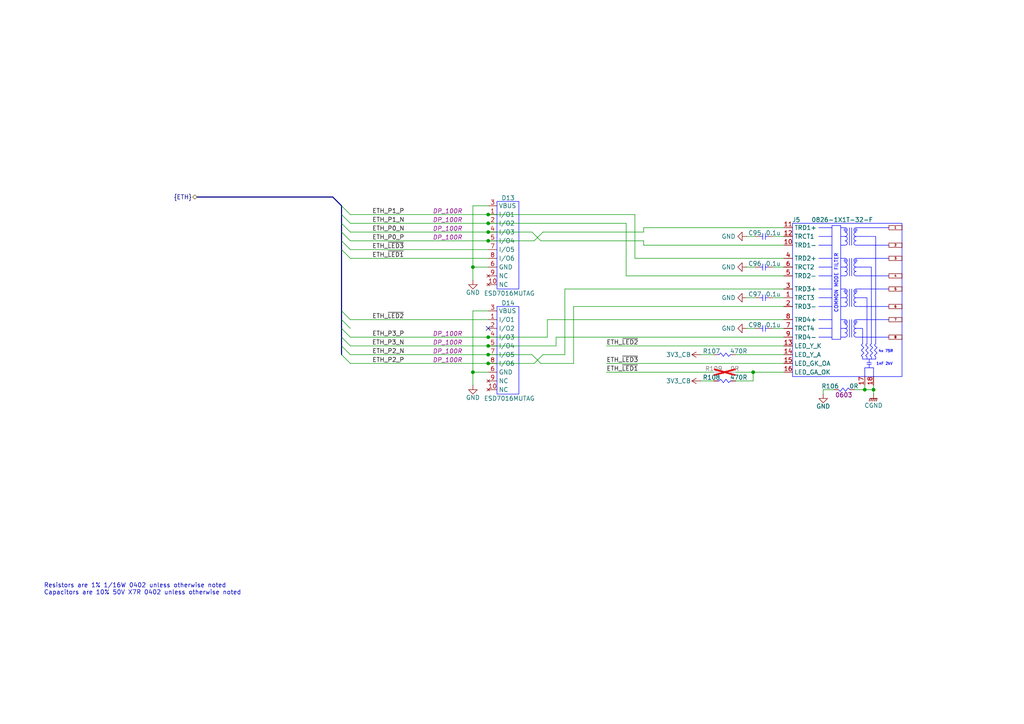
<source format=kicad_sch>
(kicad_sch (version 20250114) (generator "eeschema") (generator_version "9.0")
  (paper "A4")
  (title_block (title "RPI CMx Carrier") (date "2026-01-22") (rev "2.00-0A") (comment 1 "Jean-Francois Bilodeau") (comment 2 "P.Eng #6022173") (comment 3 "203-1690 Rue des quatre-saisons") (comment 4 "Sherbrooke, Canada, J1E0N2") (comment 5 "KiCad Rev 9.0") (comment 6 "Jean-Francois Bilodeau") (comment 7 "Not applicable") (comment 8 "Preliminary") (comment 9 "RPI_CMx_Carrier_2.00-0A_BOM"))
  (lib_symbols
    (symbol "KiCad_Pwr_Symbols:+3V3" (power) (pin_numbers (hide yes)) (pin_names (offset 0) (hide yes))
      (property "Value" "+3V3" (at 0 3.556 0))
      (symbol "+3V3_0_1"
        (polyline (pts (xy -0.762 1.27) (xy 0 2.54)))
        (polyline (pts (xy 0 2.54) (xy 0.762 1.27)))
        (polyline (pts (xy 0 0) (xy 0 2.54)))
      )
      (symbol "+3V3_1_1"
        (pin power_in line (at 0 0 90) (length 0) (name "~") (number "1"))
      )
    )
    (symbol "KiCad_Pwr_Symbols:GND" (power) (pin_numbers (hide yes)) (pin_names (offset 0) (hide yes))
      (property "Value" "GND" (at 0 -3.81 0))
      (symbol "GND_0_1"
        (polyline (pts (xy 0 0) (xy 0 -1.27) (xy 1.27 -1.27) (xy 0 -2.54) (xy -1.27 -1.27) (xy 0 -1.27)))
      )
      (symbol "GND_1_1"
        (pin power_in line (at 0 0 270) (length 0) (name "~") (number "1"))
      )
    )
    (symbol "KiCad_Pwr_Symbols:GNDPWR" (power) (pin_numbers (hide yes)) (pin_names (offset 0) (hide yes))
      (property "Value" "GNDPWR" (at 0 -3.302 0))
      (symbol "GNDPWR_0_1"
        (polyline (pts (xy -1.016 -1.27) (xy -1.27 -2.032) (xy -1.27 -2.032)) (stroke (width 0.2032)))
        (polyline (pts (xy -0.508 -1.27) (xy -0.762 -2.032) (xy -0.762 -2.032)) (stroke (width 0.2032)))
        (polyline (pts (xy 0 -1.27) (xy 0 0)))
        (polyline (pts (xy 0 -1.27) (xy -0.254 -2.032) (xy -0.254 -2.032)) (stroke (width 0.2032)))
        (polyline (pts (xy 0.508 -1.27) (xy 0.254 -2.032) (xy 0.254 -2.032)) (stroke (width 0.2032)))
        (polyline (pts (xy 1.016 -1.27) (xy -1.016 -1.27) (xy -1.016 -1.27)) (stroke (width 0.2032)))
        (polyline (pts (xy 1.016 -1.27) (xy 0.762 -2.032) (xy 0.762 -2.032) (xy 0.762 -2.032)) (stroke (width 0.2032)))
      )
      (symbol "GNDPWR_1_1"
        (pin power_in line (at 0 0 270) (length 0) (name "~") (number "1"))
      )
    )
    (symbol "KicadCompDb:Capacitors/CAP_CER_SMT_00001" (pin_numbers (hide yes)) (pin_names (offset 0) (hide yes))
      (property "Reference" "C" (at 2.54 1.651 0))
      (property "Value" "0.1u" (at 1.524 -1.524 0))
      (symbol "Capacitors/CAP_CER_SMT_00001_1_1"
        (polyline (pts (xy 2.159 0.889) (xy 2.159 -0.889)) (stroke (width 0) (color 0 0 255 1)))
        (polyline (pts (xy 2.159 0) (xy 1.27 0)) (stroke (width 0) (color 0 0 255 1)))
        (polyline (pts (xy 2.921 0.889) (xy 2.921 -0.889)) (stroke (width 0) (color 0 0 255 1)))
        (polyline (pts (xy 3.81 0) (xy 2.921 0)) (stroke (width 0) (color 0 0 255 1)))
        (pin passive line (at 0 0 0) (length 1.27) (name "") (number "1"))
        (pin passive line (at 5.08 0 180) (length 1.27) (name "") (number "2"))
      )
    )
    (symbol "KicadCompDb:Connector/CONN_00011"
      (property "Reference" "J" (at 15.875 1.27 0))
      (property "Value" "0826-1X1T-32-F" (at 0 0 0))
      (symbol "Connector/CONN_00011_0_1"
        (rectangle (start 0 0) (end 31.75 -44.45) (stroke (width 0) (color 0 0 255 1)))
        (rectangle (start 11.43 -0.635) (end 13.97 -33.655) (stroke (width 0) (color 0 0 255 1)))
        (polyline (pts (xy 11.43 -1.27) (xy 7.62 -1.27)) (stroke (width 0) (color 0 0 255 1)))
        (polyline (pts (xy 11.43 -3.81) (xy 7.62 -3.81)) (stroke (width 0) (color 0 0 255 1)))
        (polyline (pts (xy 11.43 -6.35) (xy 7.62 -6.35)) (stroke (width 0) (color 0 0 255 1)))
        (polyline (pts (xy 11.43 -10.16) (xy 7.62 -10.16)) (stroke (width 0) (color 0 0 255 1)))
        (polyline (pts (xy 11.43 -12.7) (xy 7.62 -12.7)) (stroke (width 0) (color 0 0 255 1)))
        (polyline (pts (xy 11.43 -15.24) (xy 7.62 -15.24)) (stroke (width 0) (color 0 0 255 1)))
        (polyline (pts (xy 11.43 -19.05) (xy 7.62 -19.05)) (stroke (width 0) (color 0 0 255 1)))
        (polyline (pts (xy 11.43 -21.59) (xy 7.62 -21.59)) (stroke (width 0) (color 0 0 255 1)))
        (polyline (pts (xy 11.43 -24.13) (xy 7.62 -24.13)) (stroke (width 0) (color 0 0 255 1)))
        (polyline (pts (xy 11.43 -27.94) (xy 7.62 -27.94)) (stroke (width 0) (color 0 0 255 1)))
        (polyline (pts (xy 11.43 -30.48) (xy 7.62 -30.48)) (stroke (width 0) (color 0 0 255 1)))
        (polyline (pts (xy 11.43 -33.02) (xy 7.62 -33.02)) (stroke (width 0) (color 0 0 255 1)))
        (polyline (pts (xy 15.24 -1.27) (xy 13.97 -1.27)) (stroke (width 0) (color 0 0 255 1)))
        (arc (start 15.24 -1.27) (mid 15.875 -1.905) (end 15.24 -2.54) (stroke (width 0) (color 0 0 255 1)))
        (circle (center 15.24 -1.905) (radius 0.284) (stroke (width 0) (color 0 0 255 1)))
        (arc (start 15.24 -2.54) (mid 15.875 -3.175) (end 15.24 -3.81) (stroke (width 0) (color 0 0 255 1)))
        (polyline (pts (xy 15.24 -3.81) (xy 13.97 -3.81)) (stroke (width 0) (color 0 0 255 1)))
        (arc (start 15.24 -3.81) (mid 15.875 -4.445) (end 15.24 -5.08) (stroke (width 0) (color 0 0 255 1)))
        (arc (start 15.24 -5.08) (mid 15.875 -5.715) (end 15.24 -6.35) (stroke (width 0) (color 0 0 255 1)))
        (polyline (pts (xy 15.24 -6.35) (xy 13.97 -6.35)) (stroke (width 0) (color 0 0 255 1)))
        (polyline (pts (xy 15.24 -10.16) (xy 13.97 -10.16)) (stroke (width 0) (color 0 0 255 1)))
        (arc (start 15.24 -10.16) (mid 15.875 -10.795) (end 15.24 -11.43) (stroke (width 0) (color 0 0 255 1)))
        (circle (center 15.24 -10.795) (radius 0.284) (stroke (width 0) (color 0 0 255 1)))
        (arc (start 15.24 -11.43) (mid 15.875 -12.065) (end 15.24 -12.7) (stroke (width 0) (color 0 0 255 1)))
        (polyline (pts (xy 15.24 -12.7) (xy 13.97 -12.7)) (stroke (width 0) (color 0 0 255 1)))
        (arc (start 15.24 -12.7) (mid 15.875 -13.335) (end 15.24 -13.97) (stroke (width 0) (color 0 0 255 1)))
        (arc (start 15.24 -13.97) (mid 15.875 -14.605) (end 15.24 -15.24) (stroke (width 0) (color 0 0 255 1)))
        (polyline (pts (xy 15.24 -15.24) (xy 13.97 -15.24)) (stroke (width 0) (color 0 0 255 1)))
        (polyline (pts (xy 15.24 -19.05) (xy 13.97 -19.05)) (stroke (width 0) (color 0 0 255 1)))
        (arc (start 15.24 -19.05) (mid 15.875 -19.685) (end 15.24 -20.32) (stroke (width 0) (color 0 0 255 1)))
        (circle (center 15.24 -19.685) (radius 0.284) (stroke (width 0) (color 0 0 255 1)))
        (arc (start 15.24 -20.32) (mid 15.875 -20.955) (end 15.24 -21.59) (stroke (width 0) (color 0 0 255 1)))
        (polyline (pts (xy 15.24 -21.59) (xy 13.97 -21.59)) (stroke (width 0) (color 0 0 255 1)))
        (arc (start 15.24 -21.59) (mid 15.875 -22.225) (end 15.24 -22.86) (stroke (width 0) (color 0 0 255 1)))
        (arc (start 15.24 -22.86) (mid 15.875 -23.495) (end 15.24 -24.13) (stroke (width 0) (color 0 0 255 1)))
        (polyline (pts (xy 15.24 -24.13) (xy 13.97 -24.13)) (stroke (width 0) (color 0 0 255 1)))
        (polyline (pts (xy 15.24 -27.94) (xy 13.97 -27.94)) (stroke (width 0) (color 0 0 255 1)))
        (arc (start 15.24 -27.94) (mid 15.875 -28.575) (end 15.24 -29.21) (stroke (width 0) (color 0 0 255 1)))
        (circle (center 15.24 -28.575) (radius 0.284) (stroke (width 0) (color 0 0 255 1)))
        (arc (start 15.24 -29.21) (mid 15.875 -29.845) (end 15.24 -30.48) (stroke (width 0) (color 0 0 255 1)))
        (polyline (pts (xy 15.24 -30.48) (xy 13.97 -30.48)) (stroke (width 0) (color 0 0 255 1)))
        (arc (start 15.24 -30.48) (mid 15.875 -31.115) (end 15.24 -31.75) (stroke (width 0) (color 0 0 255 1)))
        (arc (start 15.24 -31.75) (mid 15.875 -32.385) (end 15.24 -33.02) (stroke (width 0) (color 0 0 255 1)))
        (polyline (pts (xy 15.24 -33.02) (xy 13.97 -33.02)) (stroke (width 0) (color 0 0 255 1)))
        (polyline (pts (xy 16.51 -1.27) (xy 16.51 -6.35)) (stroke (width 0) (color 0 0 255 1)))
        (polyline (pts (xy 16.51 -10.16) (xy 16.51 -15.24)) (stroke (width 0) (color 0 0 255 1)))
        (polyline (pts (xy 16.51 -19.05) (xy 16.51 -24.13)) (stroke (width 0) (color 0 0 255 1)))
        (polyline (pts (xy 16.51 -27.94) (xy 16.51 -33.02)) (stroke (width 0) (color 0 0 255 1)))
        (polyline (pts (xy 17.145 -1.27) (xy 17.145 -6.35)) (stroke (width 0) (color 0 0 255 1)))
        (polyline (pts (xy 17.145 -10.16) (xy 17.145 -15.24)) (stroke (width 0) (color 0 0 255 1)))
        (polyline (pts (xy 17.145 -19.05) (xy 17.145 -24.13)) (stroke (width 0) (color 0 0 255 1)))
        (polyline (pts (xy 17.145 -27.94) (xy 17.145 -33.02)) (stroke (width 0) (color 0 0 255 1)))
        (polyline (pts (xy 18.415 -1.27) (xy 19.685 -1.27)) (stroke (width 0) (color 0 0 255 1)))
        (circle (center 18.415 -1.905) (radius 0.284) (stroke (width 0) (color 0 0 255 1)))
        (arc (start 18.415 -2.54) (mid 17.78 -1.905) (end 18.415 -1.27) (stroke (width 0) (color 0 0 255 1)))
        (arc (start 18.415 -3.81) (mid 17.78 -3.175) (end 18.415 -2.54) (stroke (width 0) (color 0 0 255 1)))
        (polyline (pts (xy 18.415 -3.81) (xy 19.685 -3.81)) (stroke (width 0) (color 0 0 255 1)))
        (arc (start 18.415 -5.08) (mid 17.78 -4.445) (end 18.415 -3.81) (stroke (width 0) (color 0 0 255 1)))
        (arc (start 18.415 -6.35) (mid 17.78 -5.715) (end 18.415 -5.08) (stroke (width 0) (color 0 0 255 1)))
        (polyline (pts (xy 18.415 -6.35) (xy 19.685 -6.35)) (stroke (width 0) (color 0 0 255 1)))
        (polyline (pts (xy 18.415 -10.16) (xy 19.685 -10.16)) (stroke (width 0) (color 0 0 255 1)))
        (circle (center 18.415 -10.795) (radius 0.284) (stroke (width 0) (color 0 0 255 1)))
        (arc (start 18.415 -11.43) (mid 17.78 -10.795) (end 18.415 -10.16) (stroke (width 0) (color 0 0 255 1)))
        (arc (start 18.415 -12.7) (mid 17.78 -12.065) (end 18.415 -11.43) (stroke (width 0) (color 0 0 255 1)))
        (polyline (pts (xy 18.415 -12.7) (xy 19.685 -12.7)) (stroke (width 0) (color 0 0 255 1)))
        (arc (start 18.415 -13.97) (mid 17.78 -13.335) (end 18.415 -12.7) (stroke (width 0) (color 0 0 255 1)))
        (arc (start 18.415 -15.24) (mid 17.78 -14.605) (end 18.415 -13.97) (stroke (width 0) (color 0 0 255 1)))
        (polyline (pts (xy 18.415 -15.24) (xy 19.685 -15.24)) (stroke (width 0) (color 0 0 255 1)))
        (polyline (pts (xy 18.415 -19.05) (xy 19.685 -19.05)) (stroke (width 0) (color 0 0 255 1)))
        (circle (center 18.415 -19.685) (radius 0.284) (stroke (width 0) (color 0 0 255 1)))
        (arc (start 18.415 -20.32) (mid 17.78 -19.685) (end 18.415 -19.05) (stroke (width 0) (color 0 0 255 1)))
        (arc (start 18.415 -21.59) (mid 17.78 -20.955) (end 18.415 -20.32) (stroke (width 0) (color 0 0 255 1)))
        (polyline (pts (xy 18.415 -21.59) (xy 19.685 -21.59)) (stroke (width 0) (color 0 0 255 1)))
        (arc (start 18.415 -22.86) (mid 17.78 -22.225) (end 18.415 -21.59) (stroke (width 0) (color 0 0 255 1)))
        (arc (start 18.415 -24.13) (mid 17.78 -23.495) (end 18.415 -22.86) (stroke (width 0) (color 0 0 255 1)))
        (polyline (pts (xy 18.415 -24.13) (xy 19.685 -24.13)) (stroke (width 0) (color 0 0 255 1)))
        (polyline (pts (xy 18.415 -27.94) (xy 19.685 -27.94)) (stroke (width 0) (color 0 0 255 1)))
        (circle (center 18.415 -28.575) (radius 0.284) (stroke (width 0) (color 0 0 255 1)))
        (arc (start 18.415 -29.21) (mid 17.78 -28.575) (end 18.415 -27.94) (stroke (width 0) (color 0 0 255 1)))
        (arc (start 18.415 -30.48) (mid 17.78 -29.845) (end 18.415 -29.21) (stroke (width 0) (color 0 0 255 1)))
        (polyline (pts (xy 18.415 -30.48) (xy 19.685 -30.48)) (stroke (width 0) (color 0 0 255 1)))
        (arc (start 18.415 -31.75) (mid 17.78 -31.115) (end 18.415 -30.48) (stroke (width 0) (color 0 0 255 1)))
        (arc (start 18.415 -33.02) (mid 17.78 -32.385) (end 18.415 -31.75) (stroke (width 0) (color 0 0 255 1)))
        (polyline (pts (xy 18.415 -33.02) (xy 19.685 -33.02)) (stroke (width 0) (color 0 0 255 1)))
        (polyline (pts (xy 19.685 -1.27) (xy 27.94 -1.27)) (stroke (width 0) (color 0 0 255 1)))
        (polyline (pts (xy 19.685 -3.81) (xy 24.13 -3.81) (xy 24.13 -13.97) (xy 24.13 -34.925)) (stroke (width 0) (color 0 0 255 1)))
        (polyline (pts (xy 19.685 -6.35) (xy 27.94 -6.35)) (stroke (width 0) (color 0 0 255 1)))
        (polyline (pts (xy 19.685 -10.16) (xy 27.94 -10.16)) (stroke (width 0) (color 0 0 255 1)))
        (polyline (pts (xy 19.685 -15.24) (xy 27.94 -15.24)) (stroke (width 0) (color 0 0 255 1)))
        (polyline (pts (xy 19.685 -19.05) (xy 27.94 -19.05)) (stroke (width 0) (color 0 0 255 1)))
        (polyline (pts (xy 19.685 -21.59) (xy 20.955 -21.59) (xy 21.59 -21.59) (xy 21.59 -34.925)) (stroke (width 0) (color 0 0 255 1)))
        (polyline (pts (xy 19.685 -24.13) (xy 27.94 -24.13)) (stroke (width 0) (color 0 0 255 1)))
        (polyline (pts (xy 19.685 -27.94) (xy 27.94 -27.94)) (stroke (width 0) (color 0 0 255 1)))
        (polyline (pts (xy 19.685 -30.48) (xy 20.32 -30.48) (xy 20.32 -34.925)) (stroke (width 0) (color 0 0 255 1)))
        (polyline (pts (xy 19.685 -33.02) (xy 27.94 -33.02)) (stroke (width 0) (color 0 0 255 1)))
        (polyline (pts (xy 20.32 -34.925) (xy 19.939 -35.306) (xy 20.32 -35.687) (xy 20.701 -36.068) (xy 19.939 -36.83) (xy 20.701 -37.592) (xy 20.32 -37.973) (xy 19.939 -38.354) (xy 20.32 -38.735) (xy 20.32 -39.37)) (stroke (width 0) (color 0 0 255 1)))
        (polyline (pts (xy 20.32 -39.37) (xy 24.13 -39.37)) (stroke (width 0) (color 0 0 255 1)))
        (polyline (pts (xy 20.955 -41.91) (xy 20.955 -44.45)) (stroke (width 0) (color 0 0 255 1)))
        (polyline (pts (xy 21.59 -34.925) (xy 21.209 -35.306) (xy 21.59 -35.687) (xy 21.971 -36.068) (xy 21.209 -36.83) (xy 21.971 -37.592) (xy 21.59 -37.973) (xy 21.209 -38.354) (xy 21.59 -38.735) (xy 21.59 -39.37)) (stroke (width 0) (color 0 0 255 1)))
        (polyline (pts (xy 21.59 -40.386) (xy 22.86 -40.386)) (stroke (width 0) (color 0 0 255 1)))
        (polyline (pts (xy 21.59 -40.894) (xy 22.86 -40.894)) (stroke (width 0) (color 0 0 255 1)))
        (polyline (pts (xy 22.225 -39.37) (xy 22.225 -40.386)) (stroke (width 0) (color 0 0 255 1)))
        (polyline (pts (xy 22.225 -40.894) (xy 22.225 -41.91) (xy 20.955 -41.91)) (stroke (width 0) (color 0 0 255 1)))
        (polyline (pts (xy 22.225 -41.91) (xy 23.495 -41.91)) (stroke (width 0) (color 0 0 255 1)))
        (polyline (pts (xy 22.86 -34.925) (xy 22.86 -12.7) (xy 19.685 -12.7)) (stroke (width 0) (color 0 0 255 1)))
        (polyline (pts (xy 22.86 -34.925) (xy 22.479 -35.306) (xy 22.86 -35.687) (xy 23.241 -36.068) (xy 22.479 -36.83) (xy 23.241 -37.592) (xy 22.86 -37.973) (xy 22.479 -38.354) (xy 22.86 -38.735) (xy 22.86 -39.37)) (stroke (width 0) (color 0 0 255 1)))
        (polyline (pts (xy 23.495 -41.91) (xy 23.495 -44.45)) (stroke (width 0) (color 0 0 255 1)))
        (polyline (pts (xy 24.13 -34.925) (xy 23.749 -35.306) (xy 24.13 -35.687) (xy 24.511 -36.068) (xy 23.749 -36.83) (xy 24.511 -37.592) (xy 24.13 -37.973) (xy 23.749 -38.354) (xy 24.13 -38.735) (xy 24.13 -39.37)) (stroke (width 0) (color 0 0 255 1)))
        (rectangle (start 27.94 -9.525) (end 31.75 -10.795))
        (rectangle (start 27.94 -32.385) (end 31.75 -33.655))
        (rectangle (start 31.75 -0.635) (end 27.94 -1.905))
        (rectangle (start 31.75 -5.715) (end 27.94 -6.985))
        (rectangle (start 31.75 -14.605) (end 27.94 -15.875))
        (rectangle (start 31.75 -18.415) (end 27.94 -19.685))
        (rectangle (start 31.75 -23.495) (end 27.94 -24.765))
        (rectangle (start 31.75 -27.305) (end 27.94 -28.575))
      )
      (symbol "Connector/CONN_00011_1_1"
        (text "COMMON MODE FILTER" (at 12.7 -17.145 900) (effects (font (size 1.016 1.016))))
        (text "1nF 2kV" (at 26.67 -40.64 0) (effects (font (size 0.762 0.762))))
        (text "4x 75R" (at 27.051 -36.957 0) (effects (font (size 0.762 0.762))))
        (text "1" (at 29.845 -1.27 0) (effects (font (size 0.635 0.635))))
        (text "2" (at 29.845 -6.35 0) (effects (font (size 0.635 0.635))))
        (text "3\n" (at 29.845 -10.16 0) (effects (font (size 0.635 0.635))))
        (text "4" (at 29.845 -15.24 0) (effects (font (size 0.635 0.635))))
        (text "5" (at 29.845 -19.05 0) (effects (font (size 0.635 0.635))))
        (text "6" (at 29.845 -24.13 0) (effects (font (size 0.635 0.635))))
        (text "7" (at 29.845 -27.94 0) (effects (font (size 0.635 0.635))))
        (text "8" (at 29.845 -33.02 0) (effects (font (size 0.635 0.635))))
        (pin bidirectional line (at -2.54 -1.27 0) (length 2.54) (name "TRD1+") (number "11"))
        (pin power_in line (at -2.54 -3.81 0) (length 2.54) (name "TRCT1") (number "12"))
        (pin bidirectional line (at -2.54 -6.35 0) (length 2.54) (name "TRD1-") (number "10"))
        (pin bidirectional line (at -2.54 -10.16 0) (length 2.54) (name "TRD2+") (number "4"))
        (pin power_in line (at -2.54 -12.7 0) (length 2.54) (name "TRCT2") (number "6"))
        (pin bidirectional line (at -2.54 -15.24 0) (length 2.54) (name "TRD2-") (number "5"))
        (pin bidirectional line (at -2.54 -19.05 0) (length 2.54) (name "TRD3+") (number "3"))
        (pin power_in line (at -2.54 -21.59 0) (length 2.54) (name "TRCT3") (number "1"))
        (pin bidirectional line (at -2.54 -24.13 0) (length 2.54) (name "TRD3-") (number "2"))
        (pin bidirectional line (at -2.54 -27.94 0) (length 2.54) (name "TRD4+") (number "8"))
        (pin power_in line (at -2.54 -30.48 0) (length 2.54) (name "TRCT4") (number "7"))
        (pin bidirectional line (at -2.54 -33.02 0) (length 2.54) (name "TRD4-") (number "9"))
        (pin passive line (at -2.54 -35.56 0) (length 2.54) (name "LED_Y_K") (number "13"))
        (pin passive line (at -2.54 -38.1 0) (length 2.54) (name "LED_Y_A") (number "14"))
        (pin passive line (at -2.54 -40.64 0) (length 2.54) (name "LED_GK_OA") (number "15"))
        (pin passive line (at -2.54 -43.18 0) (length 2.54) (name "LED_GA_OK") (number "16"))
        (pin input line (at 20.955 -46.99 90) (length 2.54) (name "") (number "17"))
        (pin input line (at 23.495 -46.99 90) (length 2.54) (name "") (number "18"))
      )
    )
    (symbol "KicadCompDb:ESD Diodes/ESD_DIODE_00001"
      (property "Reference" "D" (at 3.048 1.016 0))
      (property "Value" "ESD7016MUTAG" (at 0 0 0))
      (symbol "ESD Diodes/ESD_DIODE_00001_0_1"
        (rectangle (start 0 0) (end 6.35 -25.4) (stroke (width 0) (color 0 0 255 1)))
      )
      (symbol "ESD Diodes/ESD_DIODE_00001_1_1"
        (pin power_in line (at -2.54 -1.27 0) (length 2.54) (name "VBUS") (number "3"))
        (pin input line (at -2.54 -3.81 0) (length 2.54) (name "I/O1") (number "1"))
        (pin input line (at -2.54 -6.35 0) (length 2.54) (name "I/O2") (number "2"))
        (pin input line (at -2.54 -8.89 0) (length 2.54) (name "I/O3") (number "4"))
        (pin input line (at -2.54 -11.43 0) (length 2.54) (name "I/O4") (number "5"))
        (pin input line (at -2.54 -13.97 0) (length 2.54) (name "I/O5") (number "7"))
        (pin input line (at -2.54 -16.51 0) (length 2.54) (name "I/O6") (number "8"))
        (pin power_in line (at -2.54 -19.05 0) (length 2.54) (name "GND") (number "6"))
        (pin no_connect line (at -2.54 -21.59 0) (length 2.54) (name "NC") (number "9"))
        (pin no_connect line (at -2.54 -24.13 0) (length 2.54) (name "NC") (number "10"))
      )
    )
    (symbol "KicadCompDb:Resistors/RES_SMT_00001" (pin_numbers (hide yes)) (pin_names (offset 0) (hide yes))
      (property "Reference" "R" (at 1.524 1.524 0))
      (property "Value" "0R" (at 1.524 -1.524 0))
      (symbol "Resistors/RES_SMT_00001_1_1"
        (polyline (pts (xy 0.254 0) (xy 0 0)) (stroke (width 0) (color 0 0 255 1)))
        (polyline (pts (xy 0.254 0) (xy 0.762 0.508) (xy 1.524 -0.508) (xy 2.286 0.508) (xy 3.048 -0.508) (xy 3.556 0)) (stroke (width 0) (color 0 0 255 1)))
        (polyline (pts (xy 3.81 0) (xy 3.556 0)) (stroke (width 0) (color 0 0 255 1)))
        (pin passive line (at -1.27 0 0) (length 1.27) (name "") (number "1"))
        (pin passive line (at 5.08 0 180) (length 1.27) (name "") (number "2"))
      )
    )
    (symbol "KicadCompDb:Resistors/RES_SMT_00019" (pin_numbers (hide yes)) (pin_names (offset 0) (hide yes))
      (property "Reference" "R" (at 1.524 1.524 0))
      (property "Value" "470R" (at 1.524 -1.524 0))
      (symbol "Resistors/RES_SMT_00019_1_1"
        (polyline (pts (xy 0.254 0) (xy 0 0)) (stroke (width 0) (color 0 0 255 1)))
        (polyline (pts (xy 0.254 0) (xy 0.762 0.508) (xy 1.524 -0.508) (xy 2.286 0.508) (xy 3.048 -0.508) (xy 3.556 0)) (stroke (width 0) (color 0 0 255 1)))
        (polyline (pts (xy 3.81 0) (xy 3.556 0)) (stroke (width 0) (color 0 0 255 1)))
        (pin passive line (at -1.27 0 0) (length 1.27) (name "") (number "1"))
        (pin passive line (at 5.08 0 180) (length 1.27) (name "") (number "2"))
      )
    )
    (symbol "KicadCompDb:Resistors/RES_SMT_00021" (pin_numbers (hide yes)) (pin_names (offset 0) (hide yes))
      (property "Reference" "R" (at 1.524 1.524 0))
      (property "Value" "0R" (at 1.524 -1.524 0))
      (property "Tolerance" "1%" (at 2.794 -3.302 0))
      (property "Power" "1/10W" (at 2.286 -1.524 0))
      (symbol "Resistors/RES_SMT_00021_1_1"
        (polyline (pts (xy 0 0) (xy 0.508 0.508) (xy 1.27 -0.508) (xy 2.032 0.508) (xy 2.794 -0.508) (xy 3.302 0)) (stroke (width 0) (color 0 0 255 1)))
        (pin passive line (at -1.27 0 0) (length 1.27) (name "") (number "1"))
        (pin passive line (at 4.572 0 180) (length 1.27) (name "") (number "2"))
      )
    )
  )
  (bus_alias "ETH" (members "ETH_P0_P" "ETH_P0_N" "ETH_P1_P" "ETH_P1_N" "ETH_P2_P" "ETH_P2_N" "ETH_P3_P" "ETH_P3_N" "ETH_~{LED1}" "ETH_~{LED2}" "ETH_~{LED3}"))
  (bus_alias "USB2" (members "USB_P" "USB_N" "OTG_ID"))
  (bus_alias "USB3" (members "U3TXD_P" "U3TXD_N" "U3RXD_P" "U3RXD_N" "USB_P" "USB_N" "USB_VBUS"))
  (text "Resistors are 1% 1/16W 0402 unless otherwise noted\nCapacitors are 10% 50V X7R 0402 unless otherwise noted" (at 12.7 170.942 0) (effects (font (size 1.27 1.27)) (justify left)))
  (junction (at 141.605 97.79))
  (junction (at 137.16 77.47))
  (junction (at 141.605 69.85))
  (junction (at 141.605 67.31))
  (junction (at 141.605 102.87))
  (junction (at 141.605 105.41))
  (junction (at 141.605 64.77))
  (junction (at 141.605 100.33))
  (junction (at 218.44 107.95))
  (junction (at 141.605 62.23))
  (junction (at 137.16 107.95))
  (junction (at 250.825 113.03))
  (junction (at 253.365 113.03))
  (no_connect (at 141.605 95.25))
  (bus_entry (at 99.06 92.71) (size 2.54 2.54))
  (bus_entry (at 99.06 97.79) (size 2.54 2.54))
  (bus_entry (at 99.06 72.39) (size 2.54 2.54))
  (bus_entry (at 99.06 69.85) (size 2.54 2.54))
  (bus_entry (at 99.06 102.87) (size 2.54 2.54))
  (bus_entry (at 99.06 64.77) (size 2.54 2.54))
  (bus_entry (at 99.06 90.17) (size 2.54 2.54))
  (bus_entry (at 99.06 67.31) (size 2.54 2.54))
  (bus_entry (at 99.06 62.23) (size 2.54 2.54))
  (bus_entry (at 99.06 59.69) (size 2.54 2.54))
  (bus_entry (at 99.06 95.25) (size 2.54 2.54))
  (bus_entry (at 99.06 100.33) (size 2.54 2.54))
  (wire (pts (xy 141.605 100.33) (xy 161.29 100.33)))
  (bus (pts (xy 99.06 62.23) (xy 99.06 59.69)))
  (wire (pts (xy 158.75 92.71) (xy 158.75 97.79)))
  (wire (pts (xy 161.29 97.79) (xy 161.29 100.33)))
  (wire (pts (xy 101.6 97.79) (xy 141.605 97.79)))
  (wire (pts (xy 156.845 69.85) (xy 186.69 69.85)))
  (wire (pts (xy 250.825 113.03) (xy 253.365 113.03)))
  (wire (pts (xy 224.155 68.58) (xy 227.33 68.58)))
  (bus (pts (xy 99.06 97.79) (xy 99.06 95.25)))
  (wire (pts (xy 101.6 92.71) (xy 141.605 92.71)))
  (wire (pts (xy 218.44 107.95) (xy 227.33 107.95)))
  (wire (pts (xy 247.777 113.03) (xy 250.825 113.03)))
  (wire (pts (xy 175.895 105.41) (xy 227.33 105.41)))
  (wire (pts (xy 224.155 95.25) (xy 227.33 95.25)))
  (wire (pts (xy 137.16 81.28) (xy 137.16 77.47)))
  (wire (pts (xy 137.16 90.17) (xy 137.16 107.95)))
  (wire (pts (xy 161.29 97.79) (xy 227.33 97.79)))
  (wire (pts (xy 166.37 88.9) (xy 166.37 105.41)))
  (wire (pts (xy 101.6 74.93) (xy 141.605 74.93)))
  (wire (pts (xy 141.605 59.69) (xy 137.16 59.69)))
  (wire (pts (xy 224.155 86.36) (xy 227.33 86.36)))
  (wire (pts (xy 227.33 80.01) (xy 181.61 80.01)))
  (bus (pts (xy 99.06 59.69) (xy 96.52 57.15)))
  (wire (pts (xy 216.535 68.58) (xy 219.075 68.58)))
  (wire (pts (xy 253.365 111.76) (xy 253.365 113.03)))
  (wire (pts (xy 157.48 67.31) (xy 186.69 67.31)))
  (wire (pts (xy 101.6 72.39) (xy 141.605 72.39)))
  (wire (pts (xy 238.76 113.03) (xy 241.935 113.03)))
  (wire (pts (xy 154.94 105.41) (xy 157.48 102.87)))
  (wire (pts (xy 213.36 102.87) (xy 227.33 102.87)))
  (wire (pts (xy 101.6 100.33) (xy 141.605 100.33)))
  (wire (pts (xy 101.6 62.23) (xy 141.605 62.23)))
  (bus (pts (xy 99.06 67.31) (xy 99.06 64.77)))
  (wire (pts (xy 203.2 102.87) (xy 207.01 102.87)))
  (wire (pts (xy 181.61 64.77) (xy 181.61 80.01)))
  (wire (pts (xy 137.16 77.47) (xy 141.605 77.47)))
  (wire (pts (xy 175.895 107.95) (xy 207.01 107.95)))
  (wire (pts (xy 101.6 105.41) (xy 141.605 105.41)))
  (wire (pts (xy 213.36 110.49) (xy 218.44 110.49)))
  (wire (pts (xy 137.16 59.69) (xy 137.16 77.47)))
  (wire (pts (xy 158.75 92.71) (xy 227.33 92.71)))
  (wire (pts (xy 141.605 105.41) (xy 154.94 105.41)))
  (wire (pts (xy 186.69 71.12) (xy 186.69 69.85)))
  (wire (pts (xy 101.6 102.87) (xy 141.605 102.87)))
  (wire (pts (xy 238.76 113.03) (xy 238.76 114.3)))
  (wire (pts (xy 101.6 69.85) (xy 141.605 69.85)))
  (wire (pts (xy 141.605 62.23) (xy 184.15 62.23)))
  (wire (pts (xy 250.825 111.76) (xy 250.825 113.03)))
  (wire (pts (xy 224.155 77.47) (xy 227.33 77.47)))
  (bus (pts (xy 99.06 95.25) (xy 99.06 92.71)))
  (wire (pts (xy 141.605 64.77) (xy 181.61 64.77)))
  (wire (pts (xy 186.69 66.04) (xy 186.69 67.31)))
  (wire (pts (xy 216.535 86.36) (xy 219.075 86.36)))
  (wire (pts (xy 137.16 107.95) (xy 141.605 107.95)))
  (wire (pts (xy 141.605 69.85) (xy 154.94 69.85)))
  (wire (pts (xy 163.83 83.82) (xy 227.33 83.82)))
  (wire (pts (xy 218.44 110.49) (xy 218.44 107.95)))
  (wire (pts (xy 213.36 107.95) (xy 218.44 107.95)))
  (wire (pts (xy 156.845 105.41) (xy 166.37 105.41)))
  (wire (pts (xy 157.48 102.87) (xy 163.83 102.87)))
  (wire (pts (xy 101.6 64.77) (xy 141.605 64.77)))
  (wire (pts (xy 186.69 66.04) (xy 227.33 66.04)))
  (wire (pts (xy 137.16 111.76) (xy 137.16 107.95)))
  (wire (pts (xy 216.535 77.47) (xy 219.075 77.47)))
  (wire (pts (xy 184.15 62.23) (xy 184.15 74.93)))
  (bus (pts (xy 99.06 92.71) (xy 99.06 90.17)))
  (wire (pts (xy 203.2 110.49) (xy 207.01 110.49)))
  (bus (pts (xy 57.15 57.15) (xy 96.52 57.15)))
  (wire (pts (xy 101.6 67.31) (xy 141.605 67.31)))
  (wire (pts (xy 227.33 71.12) (xy 186.69 71.12)))
  (bus (pts (xy 99.06 69.85) (xy 99.06 67.31)))
  (bus (pts (xy 99.06 64.77) (xy 99.06 62.23)))
  (bus (pts (xy 99.06 100.33) (xy 99.06 102.87)))
  (wire (pts (xy 154.94 69.85) (xy 157.48 67.31)))
  (wire (pts (xy 141.605 67.31) (xy 154.305 67.31)))
  (bus (pts (xy 99.06 90.17) (xy 99.06 72.39)))
  (wire (pts (xy 141.605 97.79) (xy 158.75 97.79)))
  (wire (pts (xy 154.305 102.87) (xy 156.845 105.41)))
  (wire (pts (xy 216.535 95.25) (xy 219.075 95.25)))
  (wire (pts (xy 175.895 100.33) (xy 227.33 100.33)))
  (wire (pts (xy 141.605 90.17) (xy 137.16 90.17)))
  (wire (pts (xy 163.83 83.82) (xy 163.83 102.87)))
  (bus (pts (xy 99.06 100.33) (xy 99.06 97.79)))
  (bus (pts (xy 99.06 72.39) (xy 99.06 69.85)))
  (wire (pts (xy 141.605 102.87) (xy 154.305 102.87)))
  (wire (pts (xy 227.33 74.93) (xy 184.15 74.93)))
  (wire (pts (xy 154.305 67.31) (xy 156.845 69.85)))
  (wire (pts (xy 253.365 113.03) (xy 253.365 114.3)))
  (wire (pts (xy 166.37 88.9) (xy 227.33 88.9)))
  (label "ETH_P0_P" (at 107.95 69.85 0) (property "Netclass" "DP_100R" (at 125.476 68.834 0) (effects (font (italic yes)) (justify left))))
  (label "ETH_~{LED3}" (at 175.895 105.41 0))
  (label "ETH_~{LED1}" (at 175.895 107.95 0))
  (label "ETH_P0_N" (at 107.95 67.31 0) (property "Netclass" "DP_100R" (at 125.476 66.294 0) (effects (font (italic yes)) (justify left))))
  (label "ETH_P1_N" (at 107.95 64.77 0) (property "Netclass" "DP_100R" (at 125.476 63.754 0) (effects (font (italic yes)) (justify left))))
  (label "ETH_P3_N" (at 107.9031 100.33 0) (property "Netclass" "DP_100R" (at 125.476 99.314 0) (effects (font (italic yes)) (justify left))))
  (label "ETH_P1_P" (at 107.95 62.23 0) (property "Netclass" "DP_100R" (at 125.476 61.214 0) (effects (font (italic yes)) (justify left))))
  (label "ETH_~{LED1}" (at 107.95 74.93 0))
  (label "ETH_P2_N" (at 107.95 102.87 0) (property "Netclass" "DP_100R" (at 125.476 101.854 0) (effects (font (italic yes)) (justify left))))
  (label "ETH_~{LED2}" (at 107.95 92.71 0))
  (label "ETH_~{LED2}" (at 175.895 100.33 0))
  (label "ETH_P2_P" (at 107.95 105.41 0) (property "Netclass" "DP_100R" (at 125.476 104.394 0) (effects (font (italic yes)) (justify left))))
  (label "ETH_P3_P" (at 107.95 97.79 0) (property "Netclass" "DP_100R" (at 125.476 96.774 0) (effects (font (italic yes)) (justify left))))
  (label "ETH_~{LED3}" (at 107.95 72.39 0))
  (hierarchical_label "{ETH}" (shape bidirectional) (at 57.15 57.15 180))
  (symbol (lib_id "KiCad_Pwr_Symbols:GND") (at 216.535 68.58 270) (unit 1)
    (property "Reference" "#PWR0153" (effects (hide yes)))
    (property "Value" "GND" (at 213.36 68.5799 90) (effects (justify right)))
    (property "Description" "Power symbol creates a global label with name \"GND\" , ground" (effects (hide yes)))
  )
  (symbol (lib_id "KiCad_Pwr_Symbols:GND") (at 216.535 95.25 270) (unit 1)
    (property "Reference" "#PWR0156" (effects (hide yes)))
    (property "Value" "GND" (at 213.36 95.2499 90) (effects (justify right)))
    (property "Description" "Power symbol creates a global label with name \"GND\" , ground" (effects (hide yes)))
  )
  (symbol (lib_id "KicadCompDb:Capacitors/CAP_CER_SMT_00001") (at 219.075 95.25 0) (unit 1)
    (property "Reference" "C98" (at 218.948 94.234 0))
    (property "Value" "0.1u" (at 224.282 94.234 0))
    (property "Footprint" "footprint:CAP_NONPOL_0402" (effects (hide yes)))
    (property "Datasheet" "https://search.murata.co.jp/Ceramy/image/img/A01X/G101/ENG/GRM155R71H104KE14-01.pdf" (effects (hide yes)))
    (property "Description" "CAP CER 0.1UF 50V X7R 0402" (effects (hide yes)))
    (property "Tolerance" "±10%" (effects (hide yes)))
    (property "Dielectric" "X7R" (effects (hide yes)))
    (property "Package" "0402" (effects (hide yes)))
    (property "Operating Temperature" "-55°C ~ 125°C" (effects (hide yes)))
    (property "Voltage Rating" "50V" (effects (hide yes)))
    (property "Manufacturer" "Murata Electronics" (effects (hide yes)))
    (property "Manufacturer Part Number" "GRM155R71H104KE14D" (effects (hide yes)))
    (property "Distributor" "DigiKey" (effects (hide yes)))
    (property "Distributor Part Number" "490-10700-1-ND" (effects (hide yes)))
    (property "Type" "CER SMT" (effects (hide yes)))
    (property "Dimensions" "1.00mm x 0.50mm" (effects (hide yes)))
  )
  (symbol (lib_id "KiCad_Pwr_Symbols:+3V3") (at 203.2 110.49 90) (unit 1)
    (property "Reference" "#PWR0158" (effects (hide yes)))
    (property "Value" "3V3_CB" (at 200.406 110.49 90) (effects (justify left)))
    (property "Description" "Power symbol creates a global label with name \"+3V3\"" (effects (hide yes)))
  )
  (symbol (lib_id "KiCad_Pwr_Symbols:GND") (at 216.535 77.47 270) (unit 1)
    (property "Reference" "#PWR0154" (effects (hide yes)))
    (property "Value" "GND" (at 213.36 77.4699 90) (effects (justify right)))
    (property "Description" "Power symbol creates a global label with name \"GND\" , ground" (effects (hide yes)))
  )
  (symbol (lib_id "KicadCompDb:Resistors/RES_SMT_00019") (at 208.28 102.87 0) (unit 1)
    (property "Reference" "R107" (at 206.375 101.854 0))
    (property "Value" "470R" (at 214.249 101.854 0))
    (property "Footprint" "footprint:RES_0402" (effects (hide yes)))
    (property "Datasheet" "https://www.yageogroup.com/content/datasheet/asset/file/PYU-RC_GROUP_51_ROHS_L" (effects (hide yes)))
    (property "Description" "RES 470 OHM 1% 1/16W 0402" (effects (hide yes)))
    (property "Tolerance" "1%" (effects (hide yes)))
    (property "Power" "1/16W" (effects (hide yes)))
    (property "Package" "0402" (effects (hide yes)))
    (property "Manufacturer" "YAGEO" (effects (hide yes)))
    (property "Manufacturer Part Number" "RC0402FR-07470RL" (effects (hide yes)))
    (property "Distributor" "DigiKey" (effects (hide yes)))
    (property "Distributor Part Number" "311-470LRCT-ND" (effects (hide yes)))
    (property "Temperature Coefficient" "±100ppm/°C" (effects (hide yes)))
    (property "Operating Temperature" "-55°C ~ 155°C" (effects (hide yes)))
    (property "Type" "RES SMT" (effects (hide yes)))
    (property "Dimensions" "1.00mm x 0.50mm" (effects (hide yes)))
  )
  (symbol (lib_id "KiCad_Pwr_Symbols:GND") (at 216.535 86.36 270) (unit 1)
    (property "Reference" "#PWR0155" (effects (hide yes)))
    (property "Value" "GND" (at 213.36 86.3599 90) (effects (justify right)))
    (property "Description" "Power symbol creates a global label with name \"GND\" , ground" (effects (hide yes)))
  )
  (symbol (lib_id "KicadCompDb:Resistors/RES_SMT_00021") (at 243.205 113.03 0) (mirror x) (unit 1)
    (property "Reference" "R106" (at 240.792 112.014 0))
    (property "Value" "0R" (at 247.65 112.014 0))
    (property "Footprint" "footprint:RES_0603" (effects (hide yes)))
    (property "Datasheet" "https://www.yageogroup.com/content/datasheet/asset/file/PYU-RC_GROUP_51_ROHS_L" (effects (hide yes)))
    (property "Description" "RES 0 OHM JUMPER 1/10W 0603" (effects (hide yes)))
    (property "Tolerance" "1%" (effects (hide yes)))
    (property "Power" "1/10W" (effects (hide yes)))
    (property "Package" "0603" (at 244.729 114.554 0))
    (property "Manufacturer" "YAGEO" (effects (hide yes)))
    (property "Manufacturer Part Number" "RC0603JR-070RL" (effects (hide yes)))
    (property "Distributor" "DigiKey" (effects (hide yes)))
    (property "Distributor Part Number" "311-0.0GRCT-ND" (effects (hide yes)))
    (property "Temperature Coefficient" "±100ppm/°C" (effects (hide yes)))
    (property "Operating Temperature" "-55°C ~ 155°C" (effects (hide yes)))
    (property "Type" "RES SMT" (effects (hide yes)))
    (property "Dimensions" "1.60mm x 0.80mm" (effects (hide yes)))
  )
  (symbol (lib_id "KicadCompDb:Capacitors/CAP_CER_SMT_00001") (at 219.075 68.58 0) (unit 1)
    (property "Reference" "C95" (at 218.948 67.564 0))
    (property "Value" "0.1u" (at 224.282 67.564 0))
    (property "Footprint" "footprint:CAP_NONPOL_0402" (effects (hide yes)))
    (property "Datasheet" "https://search.murata.co.jp/Ceramy/image/img/A01X/G101/ENG/GRM155R71H104KE14-01.pdf" (effects (hide yes)))
    (property "Description" "CAP CER 0.1UF 50V X7R 0402" (effects (hide yes)))
    (property "Tolerance" "±10%" (effects (hide yes)))
    (property "Dielectric" "X7R" (effects (hide yes)))
    (property "Package" "0402" (effects (hide yes)))
    (property "Operating Temperature" "-55°C ~ 125°C" (effects (hide yes)))
    (property "Voltage Rating" "50V" (effects (hide yes)))
    (property "Manufacturer" "Murata Electronics" (effects (hide yes)))
    (property "Manufacturer Part Number" "GRM155R71H104KE14D" (effects (hide yes)))
    (property "Distributor" "DigiKey" (effects (hide yes)))
    (property "Distributor Part Number" "490-10700-1-ND" (effects (hide yes)))
    (property "Type" "CER SMT" (effects (hide yes)))
    (property "Dimensions" "1.00mm x 0.50mm" (effects (hide yes)))
  )
  (symbol (lib_id "KiCad_Pwr_Symbols:GND") (at 137.16 81.28 0) (unit 1)
    (property "Reference" "#PWR0160" (effects (hide yes)))
    (property "Value" "GND" (at 137.16 84.836 0))
    (property "Description" "Power symbol creates a global label with name \"GND\" , ground" (effects (hide yes)))
  )
  (symbol (lib_id "KicadCompDb:Connector/CONN_00011") (at 229.87 64.77 0) (unit 1)
    (property "Reference" "J5" (at 229.743 63.754 0) (effects (justify left)))
    (property "Value" "0826-1X1T-32-F" (at 235.331 63.754 0) (effects (justify left)))
    (property "Footprint" "footprint:0826-1X1T-32-F" (effects (hide yes)))
    (property "Datasheet" "https://www.belfuse.com/media/drawings/products/magjack%20ICMs/dr-mag-0826-1x1t-32-f.pdf" (effects (hide yes)))
    (property "Description" "CONN JACK 1PORT PCB" (effects (hide yes)))
    (property "Type" "JACK" (effects (hide yes)))
    (property "Gender" "FEMALE" (effects (hide yes)))
    (property "Pitch" "2.03mm, 2.54mm" (effects (hide yes)))
    (property "Positions" "18" (effects (hide yes)))
    (property "Rows" "4" (effects (hide yes)))
    (property "Shrouding" "UNSHROUDED" (effects (hide yes)))
    (property "Mounting Type" "THT" (effects (hide yes)))
    (property "Termination" "SOLDER" (effects (hide yes)))
    (property "Contact Length (Total)" "NA" (effects (hide yes)))
    (property "Contact Material" "Copper Alloy" (effects (hide yes)))
    (property "Contact Finish" "Gold" (effects (hide yes)))
    (property "Current Rating" "NA" (effects (hide yes)))
    (property "Voltage Rating" "NA" (effects (hide yes)))
    (property "Operating Temperature" "-40°C ~ 85°C" (effects (hide yes)))
    (property "Dimensions" "16.31mm x 32.77mm x 13.61mm" (effects (hide yes)))
    (property "Manufacturer" "Bel Fuse Inc." (effects (hide yes)))
    (property "Manufacturer Part Number" "0826-1X1T-32-F" (effects (hide yes)))
    (property "Distributor" "DigiKey" (effects (hide yes)))
    (property "Distributor Part Number" "5923-0826-1X1T-32-F-ND" (effects (hide yes)))
  )
  (symbol (lib_id "KiCad_Pwr_Symbols:GND") (at 238.76 114.3 0) (unit 1)
    (property "Reference" "#PWR0151" (effects (hide yes)))
    (property "Value" "GND" (at 238.76 117.856 0))
    (property "Description" "Power symbol creates a global label with name \"GND\" , ground" (effects (hide yes)))
  )
  (symbol (lib_id "KiCad_Pwr_Symbols:GND") (at 137.16 111.76 0) (unit 1)
    (property "Reference" "#PWR0159" (effects (hide yes)))
    (property "Value" "GND" (at 137.16 115.316 0))
    (property "Description" "Power symbol creates a global label with name \"GND\" , ground" (effects (hide yes)))
  )
  (symbol (lib_id "KicadCompDb:Capacitors/CAP_CER_SMT_00001") (at 219.075 86.36 0) (unit 1)
    (property "Reference" "C97" (at 218.948 85.344 0))
    (property "Value" "0.1u" (at 224.282 85.344 0))
    (property "Footprint" "footprint:CAP_NONPOL_0402" (effects (hide yes)))
    (property "Datasheet" "https://search.murata.co.jp/Ceramy/image/img/A01X/G101/ENG/GRM155R71H104KE14-01.pdf" (effects (hide yes)))
    (property "Description" "CAP CER 0.1UF 50V X7R 0402" (effects (hide yes)))
    (property "Tolerance" "±10%" (effects (hide yes)))
    (property "Dielectric" "X7R" (effects (hide yes)))
    (property "Package" "0402" (effects (hide yes)))
    (property "Operating Temperature" "-55°C ~ 125°C" (effects (hide yes)))
    (property "Voltage Rating" "50V" (effects (hide yes)))
    (property "Manufacturer" "Murata Electronics" (effects (hide yes)))
    (property "Manufacturer Part Number" "GRM155R71H104KE14D" (effects (hide yes)))
    (property "Distributor" "DigiKey" (effects (hide yes)))
    (property "Distributor Part Number" "490-10700-1-ND" (effects (hide yes)))
    (property "Type" "CER SMT" (effects (hide yes)))
    (property "Dimensions" "1.00mm x 0.50mm" (effects (hide yes)))
  )
  (symbol (lib_id "KiCad_Pwr_Symbols:+3V3") (at 203.2 102.87 90) (unit 1)
    (property "Reference" "#PWR0157" (effects (hide yes)))
    (property "Value" "3V3_CB" (at 200.406 102.87 90) (effects (justify left)))
    (property "Description" "Power symbol creates a global label with name \"+3V3\"" (effects (hide yes)))
  )
  (symbol (lib_id "KicadCompDb:ESD Diodes/ESD_DIODE_00001") (at 144.145 88.9 0) (unit 1)
    (property "Reference" "D14" (at 145.415 87.884 0) (effects (justify left)))
    (property "Value" "ESD7016MUTAG" (at 140.335 115.57 0) (effects (justify left)))
    (property "Footprint" "footprint:UDFN8" (effects (hide yes)))
    (property "Datasheet" "https://www.onsemi.com/pdf/datasheet/esd7016-d.pdf" (effects (hide yes)))
    (property "Description" "TVS DIODE 5VWM 10VC 8UDFN" (effects (hide yes)))
    (property "Type" "ESD TVS SEXT SMT" (effects (hide yes)))
    (property "V(r)" "5V" (effects (hide yes)))
    (property "V(br)" "5.5V" (effects (hide yes)))
    (property "V(cl)" "10V" (effects (hide yes)))
    (property "I(pp)" "1A" (effects (hide yes)))
    (property "Power" "NA" (effects (hide yes)))
    (property "Capacitance" "0.15pF" (effects (hide yes)))
    (property "Operating Temperature" "-55°C ~ 125°C" (effects (hide yes)))
    (property "Package" "8-UDFN" (effects (hide yes)))
    (property "Dimensions" "3.30mm x 1.00mm" (effects (hide yes)))
    (property "Manufacturer" "onsemi" (effects (hide yes)))
    (property "Manufacturer Part Number" "ESD7016MUTAG" (effects (hide yes)))
    (property "Distributor" "DigiKey" (effects (hide yes)))
    (property "Distributor Part Number" "ESD7016MUTAGOSCT-ND" (effects (hide yes)))
  )
  (symbol (lib_id "KiCad_Pwr_Symbols:GNDPWR") (at 253.365 114.3 0) (unit 1)
    (property "Reference" "#PWR0152" (effects (hide yes)))
    (property "Value" "CGND" (at 253.365 117.602 0))
    (property "Description" "Power symbol creates a global label with name \"GNDPWR\" , global ground" (effects (hide yes)))
  )
  (symbol (lib_id "KicadCompDb:Resistors/RES_SMT_00001") (at 208.28 107.95 0) (unit 1) (dnp yes)
    (property "Reference" "R109" (at 207.01 106.934 0))
    (property "Value" "0R" (at 213.106 106.934 0))
    (property "Footprint" "footprint:RES_0402" (effects (hide yes)))
    (property "Datasheet" "https://www.yageogroup.com/content/datasheet/asset/file/PYU-RC_GROUP_51_ROHS_L" (effects (hide yes)))
    (property "Description" "RES 0 OHM JUMPER 1/16W 0402" (effects (hide yes)))
    (property "Tolerance" "1%" (effects (hide yes)))
    (property "Power" "1/16W" (effects (hide yes)))
    (property "Package" "0402" (effects (hide yes)))
    (property "Manufacturer" "YAGEO" (effects (hide yes)))
    (property "Manufacturer Part Number" "RC0402FR-071KL" (effects (hide yes)))
    (property "Distributor" "DigiKey" (effects (hide yes)))
    (property "Distributor Part Number" "311-0.0JRCT-ND" (effects (hide yes)))
    (property "Temperature Coefficient" "±100ppm/°C" (effects (hide yes)))
    (property "Operating Temperature" "-55°C ~ 155°C" (effects (hide yes)))
    (property "Type" "RES SMT" (effects (hide yes)))
    (property "Dimensions" "1.00mm x 0.50mm" (effects (hide yes)))
  )
  (symbol (lib_id "KicadCompDb:Resistors/RES_SMT_00019") (at 208.28 110.49 0) (unit 1)
    (property "Reference" "R108" (at 206.375 109.474 0))
    (property "Value" "470R" (at 214.249 109.474 0))
    (property "Footprint" "footprint:RES_0402" (effects (hide yes)))
    (property "Datasheet" "https://www.yageogroup.com/content/datasheet/asset/file/PYU-RC_GROUP_51_ROHS_L" (effects (hide yes)))
    (property "Description" "RES 470 OHM 1% 1/16W 0402" (effects (hide yes)))
    (property "Tolerance" "1%" (effects (hide yes)))
    (property "Power" "1/16W" (effects (hide yes)))
    (property "Package" "0402" (effects (hide yes)))
    (property "Manufacturer" "YAGEO" (effects (hide yes)))
    (property "Manufacturer Part Number" "RC0402FR-07470RL" (effects (hide yes)))
    (property "Distributor" "DigiKey" (effects (hide yes)))
    (property "Distributor Part Number" "311-470LRCT-ND" (effects (hide yes)))
    (property "Temperature Coefficient" "±100ppm/°C" (effects (hide yes)))
    (property "Operating Temperature" "-55°C ~ 155°C" (effects (hide yes)))
    (property "Type" "RES SMT" (effects (hide yes)))
    (property "Dimensions" "1.00mm x 0.50mm" (effects (hide yes)))
  )
  (symbol (lib_id "KicadCompDb:ESD Diodes/ESD_DIODE_00001") (at 144.145 58.42 0) (unit 1)
    (property "Reference" "D13" (at 145.415 57.404 0) (effects (justify left)))
    (property "Value" "ESD7016MUTAG" (at 140.335 85.09 0) (effects (justify left)))
    (property "Footprint" "footprint:UDFN8" (effects (hide yes)))
    (property "Datasheet" "https://www.onsemi.com/pdf/datasheet/esd7016-d.pdf" (effects (hide yes)))
    (property "Description" "TVS DIODE 5VWM 10VC 8UDFN" (effects (hide yes)))
    (property "Type" "ESD TVS SEXT SMT" (effects (hide yes)))
    (property "V(r)" "5V" (effects (hide yes)))
    (property "V(br)" "5.5V" (effects (hide yes)))
    (property "V(cl)" "10V" (effects (hide yes)))
    (property "I(pp)" "1A" (effects (hide yes)))
    (property "Power" "NA" (effects (hide yes)))
    (property "Capacitance" "0.15pF" (effects (hide yes)))
    (property "Operating Temperature" "-55°C ~ 125°C" (effects (hide yes)))
    (property "Package" "8-UDFN" (effects (hide yes)))
    (property "Dimensions" "3.30mm x 1.00mm" (effects (hide yes)))
    (property "Manufacturer" "onsemi" (effects (hide yes)))
    (property "Manufacturer Part Number" "ESD7016MUTAG" (effects (hide yes)))
    (property "Distributor" "DigiKey" (effects (hide yes)))
    (property "Distributor Part Number" "ESD7016MUTAGOSCT-ND" (effects (hide yes)))
  )
  (symbol (lib_id "KicadCompDb:Capacitors/CAP_CER_SMT_00001") (at 219.075 77.47 0) (unit 1)
    (property "Reference" "C96" (at 218.948 76.454 0))
    (property "Value" "0.1u" (at 224.282 76.454 0))
    (property "Footprint" "footprint:CAP_NONPOL_0402" (effects (hide yes)))
    (property "Datasheet" "https://search.murata.co.jp/Ceramy/image/img/A01X/G101/ENG/GRM155R71H104KE14-01.pdf" (effects (hide yes)))
    (property "Description" "CAP CER 0.1UF 50V X7R 0402" (effects (hide yes)))
    (property "Tolerance" "±10%" (effects (hide yes)))
    (property "Dielectric" "X7R" (effects (hide yes)))
    (property "Package" "0402" (effects (hide yes)))
    (property "Operating Temperature" "-55°C ~ 125°C" (effects (hide yes)))
    (property "Voltage Rating" "50V" (effects (hide yes)))
    (property "Manufacturer" "Murata Electronics" (effects (hide yes)))
    (property "Manufacturer Part Number" "GRM155R71H104KE14D" (effects (hide yes)))
    (property "Distributor" "DigiKey" (effects (hide yes)))
    (property "Distributor Part Number" "490-10700-1-ND" (effects (hide yes)))
    (property "Type" "CER SMT" (effects (hide yes)))
    (property "Dimensions" "1.00mm x 0.50mm" (effects (hide yes)))
  )
)
</source>
